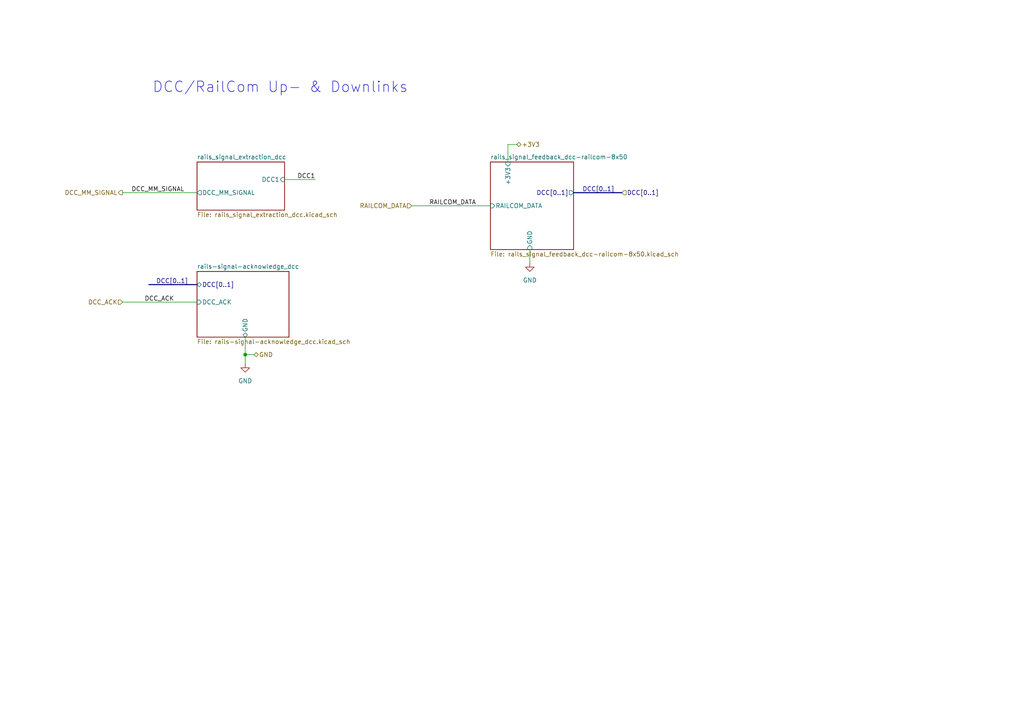
<source format=kicad_sch>
(kicad_sch (version 20231120) (generator "eeschema") (generator_version "8.0")
  (paper "A4")
  (title_block (title "xDuinoRail - LocDecoder - Development Kit") (date "2024-10-09") (rev "v0.2") (company "Chatelain Engineering, Bern - CH"))
  (lib_symbols
    (symbol "GND_1" (power) (pin_numbers hide) (pin_names (offset 0) hide)
      (property "Value" "GND" (at 0 -3.81 0))
      (symbol "GND_1_0_1"
        (polyline (pts (xy 0 0) (xy 0 -1.27) (xy 1.27 -1.27) (xy 0 -2.54) (xy -1.27 -1.27) (xy 0 -1.27)))
      )
      (symbol "GND_1_1_1"
        (pin power_in line (at 0 0 270) (length 0) (name "~") (number "1"))
      )
    )
    (symbol "power:GND" (power) (pin_numbers hide) (pin_names (offset 0) hide)
      (property "Value" "GND" (at 0 -3.81 0))
      (symbol "GND_0_1"
        (polyline (pts (xy 0 0) (xy 0 -1.27) (xy 1.27 -1.27) (xy 0 -2.54) (xy -1.27 -1.27) (xy 0 -1.27)))
      )
      (symbol "GND_1_1"
        (pin power_in line (at 0 0 270) (length 0) (name "~") (number "1"))
      )
    )
  )
  (junction (at 71.12 102.87))
  (wire (pts (xy 153.67 72.39) (xy 153.67 76.2)))
  (wire (pts (xy 35.56 55.88) (xy 57.15 55.88)))
  (wire (pts (xy 71.12 102.87) (xy 71.12 105.41)))
  (wire (pts (xy 82.55 52.07) (xy 91.44 52.07)))
  (bus (pts (xy 166.37 55.88) (xy 180.34 55.88)))
  (wire (pts (xy 73.66 102.87) (xy 71.12 102.87)))
  (wire (pts (xy 71.12 97.79) (xy 71.12 102.87)))
  (wire (pts (xy 119.38 59.69) (xy 142.24 59.69)))
  (wire (pts (xy 149.86 41.91) (xy 147.32 41.91)))
  (wire (pts (xy 35.56 87.63) (xy 57.15 87.63)))
  (bus (pts (xy 57.15 82.55) (xy 43.18 82.55)))
  (wire (pts (xy 147.32 41.91) (xy 147.32 46.99)))
  (text "DCC/RailCom Up- & Downlinks" (at 81.28 25.4 0) (effects (font (size 3.048 3.048))))
  (label "DCC1" (at 91.44 52.07 180))
  (label "RAILCOM_DATA" (at 124.46 59.69 0))
  (label "DCC[0..1]" (at 168.91 55.88 0))
  (label "DCC_MM_SIGNAL" (at 38.1 55.88 0))
  (label "DCC_ACK" (at 41.91 87.63 0))
  (label "DCC[0..1]" (at 54.61 82.55 180))
  (hierarchical_label "RAILCOM_DATA" (shape input) (at 119.38 59.69 180))
  (hierarchical_label "+3V3" (shape bidirectional) (at 149.86 41.91 0))
  (hierarchical_label "DCC_MM_SIGNAL" (shape output) (at 35.56 55.88 180))
  (hierarchical_label "DCC[0..1]" (shape input) (at 180.34 55.88 0))
  (hierarchical_label "DCC_ACK" (shape input) (at 35.56 87.63 180))
  (hierarchical_label "GND" (shape bidirectional) (at 73.66 102.87 0))
  (symbol (lib_id "power:GND") (at 153.67 76.2 0) (unit 1)
    (property "Reference" "#PWR301" (effects (hide yes)))
    (property "Value" "GND" (at 153.67 81.28 0))
    (property "Description" "Power symbol creates a global label with name \"GND\" , ground" (effects (hide yes)))
  )
  (symbol (lib_name "GND_1") (lib_id "power:GND") (at 71.12 105.41 0) (unit 1)
    (property "Reference" "#PWR302" (effects (hide yes)))
    (property "Value" "GND" (at 71.12 110.49 0))
    (property "Description" "Power symbol creates a global label with name \"GND\" , ground" (effects (hide yes)))
  )
  (sheet (at 57.15 46.99) (size 25.4 13.97) (stroke (width 0.1524))
    (property "Sheetname" "rails_signal_extraction_dcc" (at 57.15 46.2784 0) (effects (justify left bottom)))
    (property "Sheetfile" "rails_signal_extraction_dcc.kicad_sch" (at 57.15 61.5446 0) (effects (justify left top)))
    (pin "DCC1" input (at 82.55 52.07 0))
    (pin "DCC_MM_SIGNAL" output (at 57.15 55.88 180))
  )
  (sheet (at 142.24 46.99) (size 24.13 25.4) (stroke (width 0.1524))
    (property "Sheetname" "rails_signal_feedback_dcc-railcom-8x50" (at 142.24 46.2784 0) (effects (justify left bottom)))
    (property "Sheetfile" "rails_signal_feedback_dcc-railcom-8x50.kicad_sch" (at 142.24 72.9746 0) (effects (justify left top)))
    (pin "DCC[0..1]" output (at 166.37 55.88 0))
    (pin "RAILCOM_DATA" input (at 142.24 59.69 180))
    (pin "GND" input (at 153.67 72.39 270))
    (pin "+3V3" input (at 147.32 46.99 90))
  )
  (sheet (at 57.15 78.74) (size 26.67 19.05) (stroke (width 0.1524))
    (property "Sheetname" "rails-signal-acknowledge_dcc" (at 57.15 78.0284 0) (effects (justify left bottom)))
    (property "Sheetfile" "rails-signal-acknowledge_dcc.kicad_sch" (at 57.15 98.3746 0) (effects (justify left top)))
    (pin "DCC_ACK" input (at 57.15 87.63 180))
    (pin "GND" bidirectional (at 71.12 97.79 270))
    (pin "DCC[0..1]" bidirectional (at 57.15 82.55 180))
  )
)
</source>
